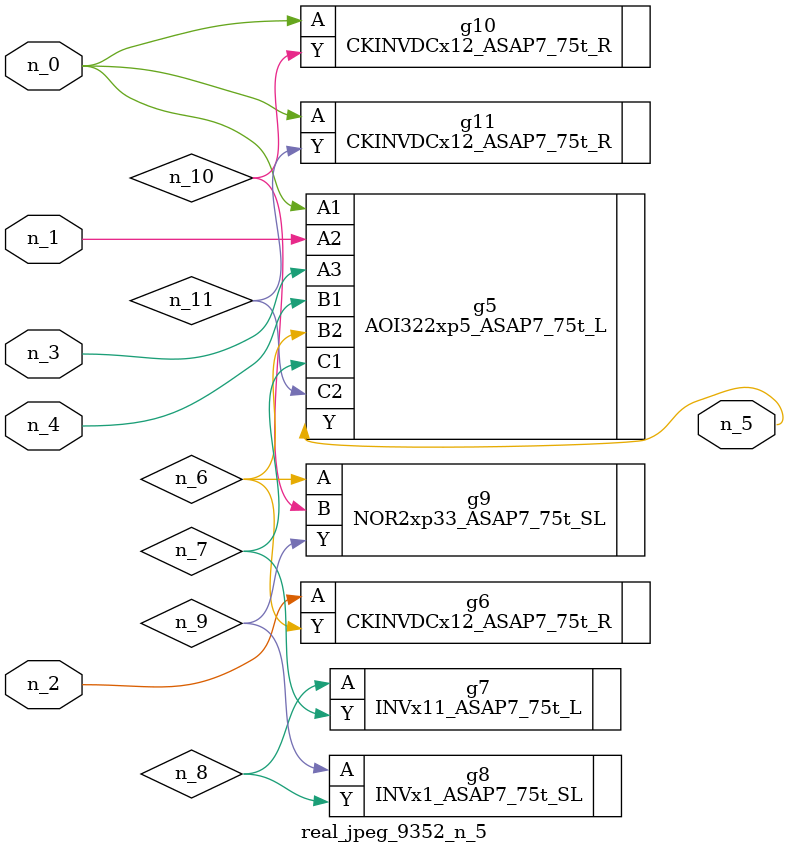
<source format=v>
module real_jpeg_9352_n_5 (n_4, n_0, n_1, n_2, n_3, n_5);

input n_4;
input n_0;
input n_1;
input n_2;
input n_3;

output n_5;

wire n_8;
wire n_11;
wire n_6;
wire n_7;
wire n_10;
wire n_9;

AOI322xp5_ASAP7_75t_L g5 ( 
.A1(n_0),
.A2(n_1),
.A3(n_3),
.B1(n_4),
.B2(n_6),
.C1(n_7),
.C2(n_11),
.Y(n_5)
);

CKINVDCx12_ASAP7_75t_R g10 ( 
.A(n_0),
.Y(n_10)
);

CKINVDCx12_ASAP7_75t_R g11 ( 
.A(n_0),
.Y(n_11)
);

CKINVDCx12_ASAP7_75t_R g6 ( 
.A(n_2),
.Y(n_6)
);

NOR2xp33_ASAP7_75t_SL g9 ( 
.A(n_6),
.B(n_10),
.Y(n_9)
);

INVx11_ASAP7_75t_L g7 ( 
.A(n_8),
.Y(n_7)
);

INVx1_ASAP7_75t_SL g8 ( 
.A(n_9),
.Y(n_8)
);


endmodule
</source>
